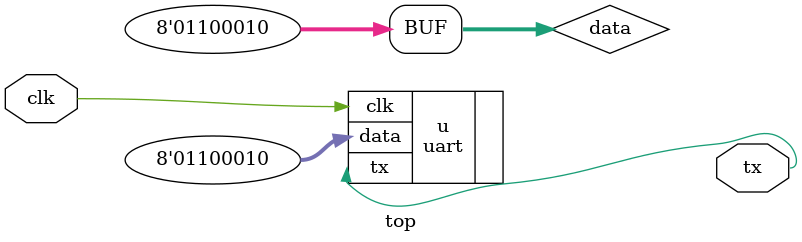
<source format=v>
module top (
    input wire clk,
    output wire tx,
);
reg [7:0] data = 8'h62;

uart u(
    .clk(clk),
    .data(data),
    .tx(tx)
);
    
endmodule
</source>
